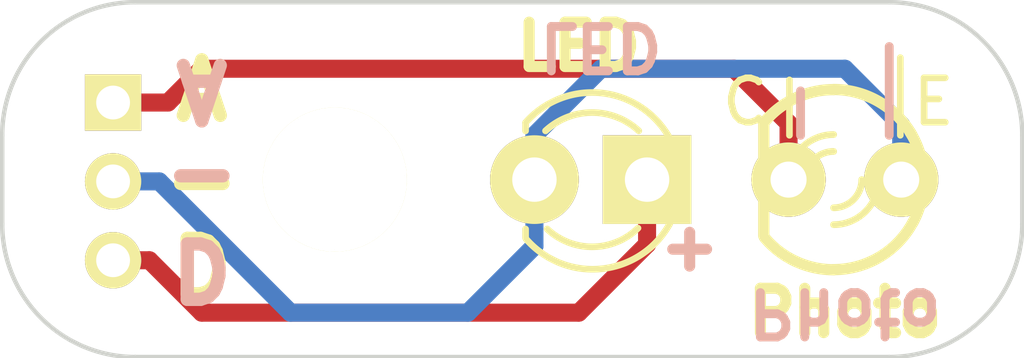
<source format=kicad_pcb>
(kicad_pcb (version 4) (host pcbnew 4.0.4-stable)

  (general
    (links 4)
    (no_connects 0)
    (area 138.949999 100.949999 162.050001 109.050001)
    (thickness 1.6)
    (drawings 17)
    (tracks 20)
    (zones 0)
    (modules 4)
    (nets 4)
  )

  (page A4)
  (layers
    (0 F.Cu signal)
    (31 B.Cu signal)
    (32 B.Adhes user)
    (33 F.Adhes user)
    (34 B.Paste user)
    (35 F.Paste user)
    (36 B.SilkS user)
    (37 F.SilkS user)
    (38 B.Mask user)
    (39 F.Mask user)
    (40 Dwgs.User user)
    (41 Cmts.User user)
    (42 Eco1.User user)
    (43 Eco2.User user)
    (44 Edge.Cuts user)
    (45 Margin user)
    (46 B.CrtYd user)
    (47 F.CrtYd user)
    (48 B.Fab user)
    (49 F.Fab user)
  )

  (setup
    (last_trace_width 0.4064)
    (user_trace_width 0.4064)
    (trace_clearance 0.2)
    (zone_clearance 0.508)
    (zone_45_only no)
    (trace_min 0.2)
    (segment_width 0.2)
    (edge_width 0.1)
    (via_size 0.6)
    (via_drill 0.4)
    (via_min_size 0.4)
    (via_min_drill 0.3)
    (uvia_size 0.3)
    (uvia_drill 0.1)
    (uvias_allowed no)
    (uvia_min_size 0.2)
    (uvia_min_drill 0.1)
    (pcb_text_width 0.3)
    (pcb_text_size 1.5 1.5)
    (mod_edge_width 0.15)
    (mod_text_size 1 1)
    (mod_text_width 0.15)
    (pad_size 1.27 1.27)
    (pad_drill 0.762)
    (pad_to_mask_clearance 0)
    (aux_axis_origin 0 0)
    (visible_elements 7FFFFFFF)
    (pcbplotparams
      (layerselection 0x00030_80000001)
      (usegerberextensions false)
      (excludeedgelayer true)
      (linewidth 0.100000)
      (plotframeref false)
      (viasonmask false)
      (mode 1)
      (useauxorigin false)
      (hpglpennumber 1)
      (hpglpenspeed 20)
      (hpglpendiameter 15)
      (hpglpenoverlay 2)
      (psnegative false)
      (psa4output false)
      (plotreference true)
      (plotvalue true)
      (plotinvisibletext false)
      (padsonsilk false)
      (subtractmaskfromsilk false)
      (outputformat 1)
      (mirror false)
      (drillshape 1)
      (scaleselection 1)
      (outputdirectory ""))
  )

  (net 0 "")
  (net 1 "Net-(D1-Pad1)")
  (net 2 "Net-(D1-Pad2)")
  (net 3 "Net-(P1-Pad1)")

  (net_class Default "This is the default net class."
    (clearance 0.2)
    (trace_width 0.25)
    (via_dia 0.6)
    (via_drill 0.4)
    (uvia_dia 0.3)
    (uvia_drill 0.1)
    (add_net "Net-(D1-Pad1)")
    (add_net "Net-(D1-Pad2)")
    (add_net "Net-(P1-Pad1)")
  )

  (module myFootPrints:PHOTO_TRANS (layer F.Cu) (tedit 55419277) (tstamp 587BE3DA)
    (at 158 105 180)
    (descr "LED 3mm - Lead pitch 100mil (2,54mm)")
    (tags "LED led 3mm 3MM 100mil 2,54mm")
    (path /58857A01)
    (fp_text reference Q1 (at 2.54 0 270) (layer F.SilkS) hide
      (effects (font (size 0.762 0.762) (thickness 0.0889)))
    )
    (fp_text value OPTO_NPN (at 0.35921 0.35921 270) (layer F.SilkS) hide
      (effects (font (size 0.508 0.508) (thickness 0.127)))
    )
    (fp_line (start -1.25 2.5) (end -1.25 2.75) (layer F.SilkS) (width 0.15))
    (fp_line (start -1.25 1) (end -1.25 2.5) (layer F.SilkS) (width 0.15))
    (fp_line (start 1.25 1) (end 1.25 2.25) (layer F.SilkS) (width 0.15))
    (fp_text user E (at -2 1.75 180) (layer F.SilkS)
      (effects (font (size 1 1) (thickness 0.15)))
    )
    (fp_text user C (at 2.25 1.75 180) (layer F.SilkS)
      (effects (font (size 1 1) (thickness 0.15)))
    )
    (fp_line (start 1.8288 1.27) (end 1.8288 -1.27) (layer F.SilkS) (width 0.254))
    (fp_arc (start 0.254 0) (end -0.381 0) (angle 90) (layer F.SilkS) (width 0.1524))
    (fp_arc (start 0.254 0) (end -0.762 0) (angle 90) (layer F.SilkS) (width 0.1524))
    (fp_arc (start 0.254 0) (end 0.889 0) (angle 90) (layer F.SilkS) (width 0.1524))
    (fp_arc (start 0.254 0) (end 1.27 0) (angle 90) (layer F.SilkS) (width 0.1524))
    (fp_arc (start 0.254 0) (end 0.254 -2.032) (angle 50.1) (layer F.SilkS) (width 0.254))
    (fp_arc (start 0.254 0) (end -1.5367 -0.95504) (angle 61.9) (layer F.SilkS) (width 0.254))
    (fp_arc (start 0.254 0) (end 1.8034 1.31064) (angle 49.7) (layer F.SilkS) (width 0.254))
    (fp_arc (start 0.254 0) (end 0.254 2.032) (angle 60.2) (layer F.SilkS) (width 0.254))
    (fp_arc (start 0.254 0) (end -1.778 0) (angle 28.3) (layer F.SilkS) (width 0.254))
    (fp_arc (start 0.254 0) (end -1.47574 1.06426) (angle 31.6) (layer F.SilkS) (width 0.254))
    (pad 1 thru_hole circle (at -1.27 0 180) (size 1.6764 1.6764) (drill 0.8128) (layers *.Cu *.Mask F.SilkS)
      (net 1 "Net-(D1-Pad1)"))
    (pad 3 thru_hole circle (at 1.27 0 225) (size 1.6764 1.6764) (drill 0.8128) (layers *.Cu *.Mask F.SilkS)
      (net 3 "Net-(P1-Pad1)"))
    (model discret/leds/led3_vertical_verde.wrl
      (at (xyz 0 0 0))
      (scale (xyz 1 1 1))
      (rotate (xyz 0 0 0))
    )
  )

  (module Terminal_Blocks:TerminalBlock_Pheonix_MPT-2.54mm_3pol (layer F.Cu) (tedit 59D44525) (tstamp 587BE3D4)
    (at 141.5 102.5 270)
    (descr "3-way 2.54mm pitch terminal block, Phoenix MPT series")
    (path /587EA1B9)
    (fp_text reference P1 (at 4.064 -1.016 270) (layer F.SilkS) hide
      (effects (font (size 1 1) (thickness 0.15)))
    )
    (fp_text value CONN_01X03 (at 2.54 1.016 270) (layer F.Fab)
      (effects (font (size 0.5 0.5) (thickness 0.125)))
    )
    (pad 3 thru_hole circle (at 4.318 0 270) (size 1.27 1.27) (drill 0.762) (layers *.Cu *.Mask F.SilkS)
      (net 2 "Net-(D1-Pad2)"))
    (pad 1 thru_hole rect (at 0.762 0 270) (size 1.27 1.27) (drill 0.762) (layers *.Cu *.Mask F.SilkS)
      (net 3 "Net-(P1-Pad1)"))
    (pad 2 thru_hole circle (at 2.54 0 270) (size 1.27 1.27) (drill 0.762) (layers *.Cu *.Mask F.SilkS)
      (net 1 "Net-(D1-Pad1)"))
    (model Terminal_Blocks.3dshapes/TerminalBlock_Pheonix_MPT-2.54mm_3pol.wrl
      (at (xyz 0.1 0 0))
      (scale (xyz 1 1 1))
      (rotate (xyz 0 0 0))
    )
  )

  (module myFootPrints:LED-3MM (layer F.Cu) (tedit 59D4462F) (tstamp 587BE3CD)
    (at 151 105)
    (descr "LED 3mm round vertical")
    (tags "LED  3mm round vertical")
    (path /5883B77E)
    (fp_text reference D1 (at 1.91 3.06) (layer F.SilkS) hide
      (effects (font (size 1 1) (thickness 0.15)))
    )
    (fp_text value LED (at 1.27 -1.524) (layer F.Fab)
      (effects (font (size 1 1) (thickness 0.15)))
    )
    (fp_text user + (at 3.5 1.5) (layer F.SilkS)
      (effects (font (size 1 1) (thickness 0.15)))
    )
    (fp_line (start -1.2 2.3) (end 3.8 2.3) (layer F.CrtYd) (width 0.05))
    (fp_line (start 3.8 2.3) (end 3.8 -2.2) (layer F.CrtYd) (width 0.05))
    (fp_line (start 3.8 -2.2) (end -1.2 -2.2) (layer F.CrtYd) (width 0.05))
    (fp_line (start -1.2 -2.2) (end -1.2 2.3) (layer F.CrtYd) (width 0.05))
    (fp_line (start -0.199 1.314) (end -0.199 1.114) (layer F.SilkS) (width 0.15))
    (fp_line (start -0.199 -1.28) (end -0.199 -1.1) (layer F.SilkS) (width 0.15))
    (fp_arc (start 1.301 0.034) (end -0.199 -1.286) (angle 108.5) (layer F.SilkS) (width 0.15))
    (fp_arc (start 1.301 0.034) (end 0.25 -1.1) (angle 85.7) (layer F.SilkS) (width 0.15))
    (fp_arc (start 1.311 0.034) (end 3.051 0.994) (angle 110) (layer F.SilkS) (width 0.15))
    (fp_arc (start 1.301 0.034) (end 2.335 1.094) (angle 87.5) (layer F.SilkS) (width 0.15))
    (pad 1 thru_hole circle (at 0 0 90) (size 2 2) (drill 1.00076) (layers *.Cu *.Mask F.SilkS)
      (net 1 "Net-(D1-Pad1)"))
    (pad 2 thru_hole rect (at 2.54 0) (size 2 2) (drill 1.00076) (layers *.Cu *.Mask F.SilkS)
      (net 2 "Net-(D1-Pad2)"))
    (model LEDs.3dshapes/LED-3MM.wrl
      (at (xyz 0.05 0 0))
      (scale (xyz 1 1 1))
      (rotate (xyz 0 0 90))
    )
  )

  (module myFootPrints:myNPTH (layer F.Cu) (tedit 59D442F6) (tstamp 587BF358)
    (at 146.5 105)
    (descr "Through hole pin header")
    (tags "pin header")
    (fp_text reference REF** (at 0.254 0.508) (layer Eco2.User)
      (effects (font (size 0.3 0.3) (thickness 0.075)))
    )
    (fp_text value Pin_Header_Straight_1x01 (at 0 -1.27) (layer F.Fab) hide
      (effects (font (size 0.127 0.127) (thickness 0.03175)))
    )
    (pad "" np_thru_hole circle (at 0 0) (size 3.25 3.25) (drill 3.25) (layers *.Cu *.Mask F.SilkS)
      (thermal_width 4) (thermal_gap 4))
  )

  (gr_line (start 157 104) (end 157 103) (angle 90) (layer B.SilkS) (width 0.2))
  (gr_line (start 159 104) (end 159 102) (angle 90) (layer B.SilkS) (width 0.2))
  (gr_line (start 139 104) (end 139 106) (angle 90) (layer Edge.Cuts) (width 0.1))
  (gr_line (start 159 101) (end 142 101) (angle 90) (layer Edge.Cuts) (width 0.1))
  (gr_line (start 162 106) (end 162 104) (angle 90) (layer Edge.Cuts) (width 0.1))
  (gr_line (start 142 109) (end 159 109) (angle 90) (layer Edge.Cuts) (width 0.1))
  (gr_arc (start 159 106) (end 162 106) (angle 90) (layer Edge.Cuts) (width 0.1))
  (gr_arc (start 142 106) (end 142 109) (angle 90) (layer Edge.Cuts) (width 0.1))
  (gr_arc (start 142 104) (end 139 104) (angle 90) (layer Edge.Cuts) (width 0.1))
  (gr_arc (start 159 104) (end 159 101) (angle 90) (layer Edge.Cuts) (width 0.1))
  (gr_text Photo (at 158 108 180) (layer B.SilkS)
    (effects (font (size 1 1) (thickness 0.2)) (justify mirror))
  )
  (gr_text LED (at 152.5 102 180) (layer B.SilkS)
    (effects (font (size 1 1) (thickness 0.2)) (justify mirror))
  )
  (gr_text + (at 154.5 106.5) (layer B.SilkS)
    (effects (font (size 1 1) (thickness 0.25)) (justify mirror))
  )
  (gr_text "D\n-\nA" (at 143.5 105 180) (layer B.SilkS)
    (effects (font (size 1.25 1.25) (thickness 0.3)) (justify mirror))
  )
  (gr_text "A\n-\nD" (at 143.5 105) (layer F.SilkS)
    (effects (font (size 1.25 1.25) (thickness 0.3)))
  )
  (gr_text LED (at 152 102) (layer F.SilkS)
    (effects (font (size 1 1) (thickness 0.25)))
  )
  (gr_text Photo (at 158 108) (layer F.SilkS)
    (effects (font (size 1 1) (thickness 0.25)))
  )

  (segment (start 151 105) (end 151 104) (width 0.4064) (layer B.Cu) (net 1))
  (segment (start 151 104) (end 152.5 102.5) (width 0.4064) (layer B.Cu) (net 1) (tstamp 59D44707))
  (segment (start 159.27 103.77) (end 159.27 105) (width 0.4064) (layer B.Cu) (net 1) (tstamp 59D4470C))
  (segment (start 158 102.5) (end 159.27 103.77) (width 0.4064) (layer B.Cu) (net 1) (tstamp 59D4470B))
  (segment (start 152.5 102.5) (end 158 102.5) (width 0.4064) (layer B.Cu) (net 1) (tstamp 59D44708))
  (segment (start 141.5 105.04) (end 142.54 105.04) (width 0.4064) (layer B.Cu) (net 1))
  (segment (start 151 106.5) (end 151 105) (width 0.4064) (layer B.Cu) (net 1) (tstamp 59D44703))
  (segment (start 149.5 108) (end 151 106.5) (width 0.4064) (layer B.Cu) (net 1) (tstamp 59D44702))
  (segment (start 145.5 108) (end 149.5 108) (width 0.4064) (layer B.Cu) (net 1) (tstamp 59D446FE))
  (segment (start 142.54 105.04) (end 145.5 108) (width 0.4064) (layer B.Cu) (net 1) (tstamp 59D446FA))
  (segment (start 141.5 106.818) (end 142.318 106.818) (width 0.4064) (layer F.Cu) (net 2))
  (segment (start 153.54 106.46) (end 153.54 105) (width 0.4064) (layer F.Cu) (net 2) (tstamp 59D446EB))
  (segment (start 152 108) (end 153.54 106.46) (width 0.4064) (layer F.Cu) (net 2) (tstamp 59D446E9))
  (segment (start 143.5 108) (end 152 108) (width 0.4064) (layer F.Cu) (net 2) (tstamp 59D446E7))
  (segment (start 142.318 106.818) (end 143.5 108) (width 0.4064) (layer F.Cu) (net 2) (tstamp 59D446E5))
  (segment (start 141.5 103.262) (end 142.738 103.262) (width 0.4064) (layer F.Cu) (net 3))
  (segment (start 156.73 103.73) (end 156.73 105) (width 0.4064) (layer F.Cu) (net 3) (tstamp 59D446E2))
  (segment (start 155.5 102.5) (end 156.73 103.73) (width 0.4064) (layer F.Cu) (net 3) (tstamp 59D446E1))
  (segment (start 143.5 102.5) (end 155.5 102.5) (width 0.4064) (layer F.Cu) (net 3) (tstamp 59D446DE))
  (segment (start 142.738 103.262) (end 143.5 102.5) (width 0.4064) (layer F.Cu) (net 3) (tstamp 59D446DB))

)

</source>
